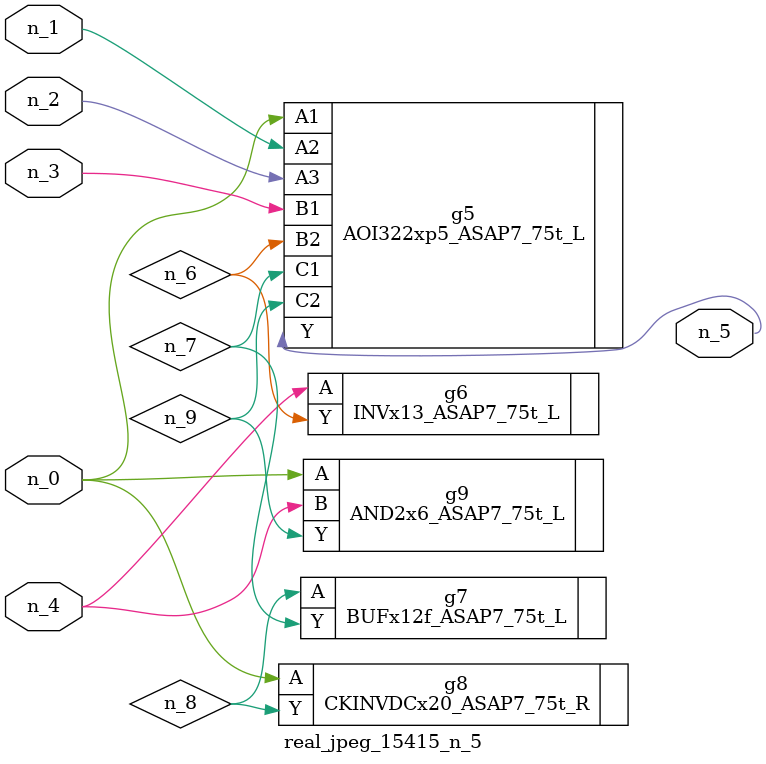
<source format=v>
module real_jpeg_15415_n_5 (n_4, n_0, n_1, n_2, n_3, n_5);

input n_4;
input n_0;
input n_1;
input n_2;
input n_3;

output n_5;

wire n_8;
wire n_6;
wire n_7;
wire n_9;

AOI322xp5_ASAP7_75t_L g5 ( 
.A1(n_0),
.A2(n_1),
.A3(n_2),
.B1(n_3),
.B2(n_6),
.C1(n_7),
.C2(n_9),
.Y(n_5)
);

CKINVDCx20_ASAP7_75t_R g8 ( 
.A(n_0),
.Y(n_8)
);

AND2x6_ASAP7_75t_L g9 ( 
.A(n_0),
.B(n_4),
.Y(n_9)
);

INVx13_ASAP7_75t_L g6 ( 
.A(n_4),
.Y(n_6)
);

BUFx12f_ASAP7_75t_L g7 ( 
.A(n_8),
.Y(n_7)
);


endmodule
</source>
